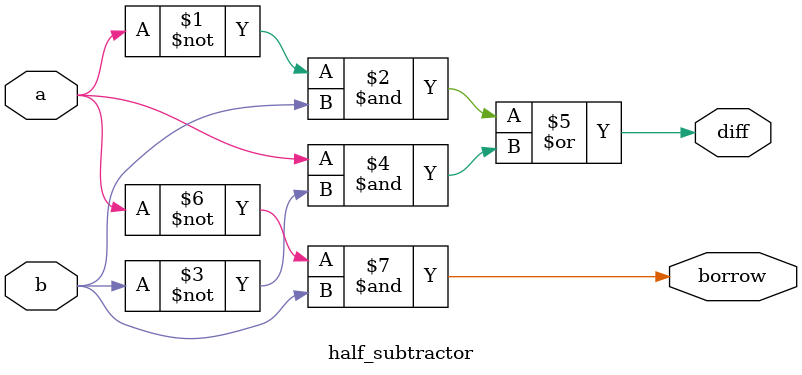
<source format=v>
`timescale 1ns / 1ps
module half_subtractor(
    input a,
    input b,
    output diff,
    output borrow
    );
	 
	 assign diff = (~a&b)|(a&~b);
	 assign borrow = (~a&b);


endmodule

</source>
